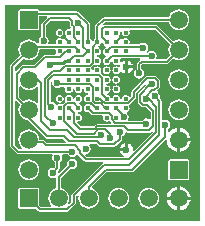
<source format=gtl>
%FSLAX25Y25*%
%MOIN*%
G70*
G01*
G75*
%ADD10C,0.01614*%
%ADD11C,0.00500*%
%ADD12C,0.01000*%
%ADD13R,0.05905X0.05905*%
%ADD14C,0.05905*%
%ADD15R,0.05905X0.05905*%
%ADD16C,0.02362*%
G36*
X660652Y162048D02*
X595548Y162048D01*
Y233852D01*
X660652Y233852D01*
Y162048D01*
D02*
G37*
%LPC*%
G36*
X603500Y182483D02*
X602599Y182364D01*
X601759Y182016D01*
X601038Y181463D01*
X600484Y180741D01*
X600136Y179901D01*
X600017Y179000D01*
X600136Y178099D01*
X600484Y177259D01*
X601038Y176538D01*
X601759Y175984D01*
X602599Y175636D01*
X603500Y175517D01*
X604401Y175636D01*
X605241Y175984D01*
X605963Y176538D01*
X606516Y177259D01*
X606864Y178099D01*
X606983Y179000D01*
X606864Y179901D01*
X606516Y180741D01*
X605963Y181463D01*
X605241Y182016D01*
X604401Y182364D01*
X603500Y182483D01*
D02*
G37*
G36*
X656453Y182494D02*
X650547D01*
X650165Y182335D01*
X650006Y181953D01*
Y176047D01*
X650165Y175665D01*
X650547Y175506D01*
X656453D01*
X656835Y175665D01*
X656994Y176047D01*
Y181953D01*
X656835Y182335D01*
X656453Y182494D01*
D02*
G37*
G36*
X657421Y188500D02*
X654000D01*
Y185079D01*
X654532Y185149D01*
X655493Y185547D01*
X656319Y186181D01*
X656953Y187007D01*
X657351Y187968D01*
X657421Y188500D01*
D02*
G37*
G36*
X653500Y202483D02*
X652599Y202364D01*
X651759Y202016D01*
X651038Y201463D01*
X650484Y200741D01*
X650136Y199901D01*
X650017Y199000D01*
X650136Y198099D01*
X650484Y197259D01*
X651038Y196537D01*
X651759Y195984D01*
X652599Y195636D01*
X653500Y195518D01*
X654401Y195636D01*
X655241Y195984D01*
X655963Y196537D01*
X656516Y197259D01*
X656864Y198099D01*
X656983Y199000D01*
X656864Y199901D01*
X656516Y200741D01*
X655963Y201463D01*
X655241Y202016D01*
X654401Y202364D01*
X653500Y202483D01*
D02*
G37*
G36*
X654000Y192921D02*
Y189500D01*
X657421D01*
X657351Y190032D01*
X656953Y190993D01*
X656319Y191819D01*
X655493Y192453D01*
X654532Y192851D01*
X654000Y192921D01*
D02*
G37*
G36*
Y173421D02*
Y170000D01*
X657421D01*
X657351Y170532D01*
X656953Y171493D01*
X656319Y172319D01*
X655493Y172953D01*
X654532Y173351D01*
X654000Y173421D01*
D02*
G37*
G36*
X657421Y169000D02*
X654000D01*
Y165579D01*
X654532Y165649D01*
X655493Y166047D01*
X656319Y166681D01*
X656953Y167507D01*
X657351Y168468D01*
X657421Y169000D01*
D02*
G37*
G36*
X653000D02*
X649579D01*
X649649Y168468D01*
X650047Y167507D01*
X650681Y166681D01*
X651507Y166047D01*
X652468Y165649D01*
X653000Y165579D01*
Y169000D01*
D02*
G37*
G36*
X633500Y172983D02*
X632599Y172864D01*
X631759Y172516D01*
X631038Y171962D01*
X630484Y171241D01*
X630136Y170401D01*
X630018Y169500D01*
X630136Y168599D01*
X630484Y167759D01*
X631038Y167037D01*
X631759Y166484D01*
X632599Y166136D01*
X633500Y166017D01*
X634401Y166136D01*
X635241Y166484D01*
X635962Y167037D01*
X636516Y167759D01*
X636864Y168599D01*
X636982Y169500D01*
X636864Y170401D01*
X636516Y171241D01*
X635962Y171962D01*
X635241Y172516D01*
X634401Y172864D01*
X633500Y172983D01*
D02*
G37*
G36*
X653000Y173421D02*
X652468Y173351D01*
X651507Y172953D01*
X650681Y172319D01*
X650047Y171493D01*
X649649Y170532D01*
X649579Y170000D01*
X653000D01*
Y173421D01*
D02*
G37*
G36*
X643500Y172983D02*
X642599Y172864D01*
X641759Y172516D01*
X641038Y171962D01*
X640484Y171241D01*
X640136Y170401D01*
X640018Y169500D01*
X640136Y168599D01*
X640484Y167759D01*
X641038Y167037D01*
X641759Y166484D01*
X642599Y166136D01*
X643500Y166017D01*
X644401Y166136D01*
X645241Y166484D01*
X645962Y167037D01*
X646516Y167759D01*
X646864Y168599D01*
X646982Y169500D01*
X646864Y170401D01*
X646516Y171241D01*
X645962Y171962D01*
X645241Y172516D01*
X644401Y172864D01*
X643500Y172983D01*
D02*
G37*
G36*
X629500Y213482D02*
X628990Y213381D01*
X628558Y213092D01*
X628269Y212660D01*
X628167Y212150D01*
X628269Y211640D01*
X628558Y211207D01*
X628990Y210918D01*
X629500Y210817D01*
X630010Y210918D01*
X630442Y211207D01*
X630731Y211640D01*
X630833Y212150D01*
X630731Y212660D01*
X630442Y213092D01*
X630010Y213381D01*
X629500Y213482D01*
D02*
G37*
G36*
X636547Y215440D02*
Y213795D01*
X638192D01*
X638160Y213955D01*
X638121Y214048D01*
X638102Y214146D01*
X638046Y214230D01*
X638008Y214323D01*
X637746Y214713D01*
X637676Y214784D01*
X637620Y214868D01*
X637536Y214924D01*
X637465Y214995D01*
X637075Y215256D01*
X636982Y215294D01*
X636898Y215350D01*
X636800Y215369D01*
X636707Y215408D01*
X636547Y215440D01*
D02*
G37*
G36*
X638192Y212795D02*
X636547D01*
Y211151D01*
X636707Y211183D01*
X636800Y211221D01*
X636898Y211241D01*
X636982Y211297D01*
X637075Y211335D01*
X637465Y211596D01*
X637536Y211667D01*
X637620Y211723D01*
X637676Y211806D01*
X637746Y211877D01*
X638008Y212268D01*
X638046Y212361D01*
X638102Y212444D01*
X638121Y212543D01*
X638160Y212635D01*
X638192Y212795D01*
D02*
G37*
G36*
X632650Y207183D02*
X632140Y207082D01*
X631707Y206793D01*
X631418Y206360D01*
X631317Y205850D01*
X631418Y205340D01*
X631707Y204908D01*
X632140Y204619D01*
X632650Y204518D01*
X633160Y204619D01*
X633592Y204908D01*
X633881Y205340D01*
X633982Y205850D01*
X633881Y206360D01*
X633592Y206793D01*
X633160Y207082D01*
X632650Y207183D01*
D02*
G37*
G36*
Y210333D02*
X632140Y210231D01*
X631707Y209942D01*
X631418Y209510D01*
X631317Y209000D01*
X631418Y208490D01*
X631707Y208058D01*
X632140Y207769D01*
X632650Y207667D01*
X633160Y207769D01*
X633592Y208058D01*
X633881Y208490D01*
X633982Y209000D01*
X633881Y209510D01*
X633592Y209942D01*
X633160Y210231D01*
X632650Y210333D01*
D02*
G37*
G36*
X606453Y232494D02*
X600547D01*
X600165Y232335D01*
X600006Y231953D01*
Y226047D01*
X600165Y225665D01*
X600547Y225506D01*
X606453D01*
X606835Y225665D01*
X606994Y226047D01*
Y230235D01*
X609447D01*
X609654Y229735D01*
X607959Y228041D01*
X607794Y227793D01*
X607735Y227500D01*
Y223511D01*
X607288Y223212D01*
X606916Y222656D01*
X606786Y222000D01*
X606869Y221584D01*
X606571Y221114D01*
X606501Y221067D01*
X606280Y221049D01*
X605963Y221462D01*
X605241Y222016D01*
X604401Y222364D01*
X603500Y222482D01*
X602599Y222364D01*
X601759Y222016D01*
X601038Y221462D01*
X600484Y220741D01*
X600136Y219901D01*
X600017Y219000D01*
X600136Y218099D01*
X600484Y217259D01*
X600568Y217149D01*
X597459Y214041D01*
X597294Y213793D01*
X597235Y213500D01*
Y187000D01*
X597294Y186707D01*
X597459Y186459D01*
X599459Y184459D01*
X599707Y184293D01*
X600000Y184235D01*
X600000Y184235D01*
X611202D01*
X611470Y183735D01*
X611416Y183656D01*
X611286Y183000D01*
X611416Y182344D01*
X611788Y181788D01*
X612235Y181489D01*
Y180026D01*
X611803Y179654D01*
X611500Y179714D01*
X610844Y179584D01*
X610288Y179212D01*
X609916Y178656D01*
X609786Y178000D01*
X609916Y177344D01*
X610288Y176788D01*
X610844Y176416D01*
X611500Y176286D01*
X612156Y176416D01*
X612235Y176470D01*
X612735Y176202D01*
Y172882D01*
X612599Y172864D01*
X611759Y172516D01*
X611037Y171962D01*
X610484Y171241D01*
X610136Y170401D01*
X610017Y169500D01*
X610136Y168599D01*
X610484Y167759D01*
X611019Y167062D01*
X610991Y166889D01*
X610879Y166562D01*
X607519D01*
X606994Y167087D01*
Y172453D01*
X606835Y172835D01*
X606453Y172994D01*
X600547D01*
X600165Y172835D01*
X600006Y172453D01*
Y166547D01*
X600165Y166165D01*
X600547Y166006D01*
X605912D01*
X606662Y165257D01*
X606910Y165091D01*
X607203Y165032D01*
X616297D01*
X616590Y165091D01*
X616838Y165257D01*
X619041Y167459D01*
X619206Y167707D01*
X619265Y168000D01*
Y170183D01*
X619674Y170593D01*
X620008Y170455D01*
X620128Y170339D01*
X620017Y169500D01*
X620136Y168599D01*
X620484Y167759D01*
X621037Y167037D01*
X621759Y166484D01*
X622599Y166136D01*
X623500Y166017D01*
X624401Y166136D01*
X625241Y166484D01*
X625962Y167037D01*
X626516Y167759D01*
X626864Y168599D01*
X626982Y169500D01*
X626864Y170401D01*
X626516Y171241D01*
X625962Y171962D01*
X625241Y172516D01*
X624650Y172761D01*
X624510Y173316D01*
X624514Y173332D01*
X629417Y178235D01*
X638000D01*
X638293Y178294D01*
X638541Y178459D01*
X649018Y188936D01*
X649545Y188757D01*
X649649Y187968D01*
X650047Y187007D01*
X650681Y186181D01*
X651507Y185547D01*
X652468Y185149D01*
X653000Y185079D01*
Y189000D01*
Y192921D01*
X652468Y192851D01*
X651507Y192453D01*
X650681Y191819D01*
X650265Y191277D01*
X649765Y191446D01*
Y192489D01*
X650212Y192788D01*
X650584Y193344D01*
X650714Y194000D01*
X650584Y194656D01*
X650212Y195212D01*
X649656Y195584D01*
X649000Y195714D01*
X648344Y195584D01*
X648265Y195530D01*
X647765Y195798D01*
Y202000D01*
X647707Y202293D01*
X647541Y202541D01*
X647109Y202972D01*
X647214Y203500D01*
X647084Y204156D01*
X646712Y204712D01*
X646424Y204904D01*
X646332Y205520D01*
X646972Y206159D01*
X646972Y206159D01*
X647138Y206407D01*
X647196Y206700D01*
X647196Y206700D01*
Y208569D01*
X647138Y208861D01*
X646972Y209110D01*
X646972Y209110D01*
X646041Y210041D01*
X645793Y210207D01*
X645500Y210265D01*
X643000D01*
X642707Y210207D01*
X642459Y210041D01*
X637959Y205541D01*
X637793Y205293D01*
X637735Y205000D01*
Y203662D01*
X637385Y203361D01*
X636874Y203444D01*
X636742Y203643D01*
X636309Y203932D01*
X635799Y204033D01*
X635289Y203932D01*
X634857Y203643D01*
X634568Y203211D01*
X634467Y202701D01*
X634224Y202495D01*
X633982Y202701D01*
X633881Y203211D01*
X633592Y203643D01*
X633160Y203932D01*
X632650Y204033D01*
X632140Y203932D01*
X631707Y203643D01*
X631418Y203211D01*
X631317Y202701D01*
X631075Y202495D01*
X630833Y202701D01*
X630731Y203211D01*
X630442Y203643D01*
X630010Y203932D01*
X629743Y203985D01*
X629706Y204049D01*
X629959Y204609D01*
X630010Y204619D01*
X630442Y204908D01*
X630731Y205340D01*
X630833Y205850D01*
X630731Y206360D01*
X630442Y206793D01*
X630010Y207082D01*
X629500Y207183D01*
X629295Y207425D01*
X629500Y207667D01*
X630010Y207769D01*
X630442Y208058D01*
X630731Y208490D01*
X630833Y209000D01*
X630731Y209510D01*
X630442Y209942D01*
X630010Y210231D01*
X629500Y210333D01*
X628990Y210231D01*
X628780Y210091D01*
X628484Y210150D01*
X627536Y211098D01*
X627463Y211463D01*
X627582Y211640D01*
X627683Y212150D01*
X627582Y212660D01*
X627293Y213092D01*
X626860Y213381D01*
X626350Y213482D01*
X625840Y213381D01*
X625408Y213092D01*
X625119Y212660D01*
X625018Y212150D01*
X624776Y211957D01*
X624534Y212150D01*
X624432Y212660D01*
X624314Y212836D01*
X624387Y213201D01*
X625299Y214113D01*
X625664Y214186D01*
X625840Y214068D01*
X626350Y213966D01*
X626860Y214068D01*
X627293Y214357D01*
X627582Y214789D01*
X627683Y215299D01*
X627582Y215809D01*
X627293Y216242D01*
X626860Y216530D01*
X626350Y216632D01*
X626158Y216874D01*
X626350Y217116D01*
X626860Y217218D01*
X627293Y217507D01*
X627582Y217939D01*
X627683Y218449D01*
X627582Y218959D01*
X627293Y219391D01*
X626860Y219680D01*
X626810Y219690D01*
X626557Y220250D01*
X626593Y220314D01*
X626860Y220367D01*
X627293Y220656D01*
X627582Y221088D01*
X627592Y221139D01*
X628152Y221392D01*
X628216Y221355D01*
X628269Y221088D01*
X628558Y220656D01*
X628990Y220367D01*
X629040Y220357D01*
X629294Y219797D01*
X629257Y219733D01*
X628990Y219680D01*
X628558Y219391D01*
X628269Y218959D01*
X628167Y218449D01*
X628269Y217939D01*
X628558Y217507D01*
X628990Y217218D01*
X629040Y217208D01*
X629294Y216647D01*
X629257Y216584D01*
X628990Y216530D01*
X628558Y216242D01*
X628269Y215809D01*
X628167Y215299D01*
X628269Y214789D01*
X628558Y214357D01*
X628990Y214068D01*
X629500Y213966D01*
X630010Y214068D01*
X630442Y214357D01*
X630731Y214789D01*
X630784Y215056D01*
X630848Y215093D01*
X631408Y214840D01*
X631418Y214789D01*
X631707Y214357D01*
X632140Y214068D01*
X632650Y213966D01*
X633160Y214068D01*
X633559Y214335D01*
X633648Y214296D01*
X633714Y214261D01*
X633975Y214057D01*
X633973Y214048D01*
X633935Y213955D01*
X633843Y213494D01*
X633843Y213494D01*
X633573Y213311D01*
X633420Y213263D01*
X633345Y213257D01*
X633160Y213381D01*
X632650Y213482D01*
X632140Y213381D01*
X631707Y213092D01*
X631418Y212660D01*
X631317Y212150D01*
X631418Y211640D01*
X631707Y211207D01*
X632140Y210918D01*
X632650Y210817D01*
X633160Y210918D01*
X633592Y211207D01*
X633881Y211640D01*
X633886Y211668D01*
X634114Y211771D01*
X634403Y211804D01*
X634423Y211801D01*
X634475Y211723D01*
X634558Y211667D01*
X634629Y211596D01*
X635020Y211335D01*
X635113Y211297D01*
X635196Y211241D01*
X635295Y211221D01*
X635388Y211183D01*
X635547Y211151D01*
Y213295D01*
Y215440D01*
X635388Y215408D01*
X635295Y215369D01*
X635196Y215350D01*
X635113Y215294D01*
X635020Y215256D01*
X634629Y214995D01*
X634187Y214997D01*
X634013Y215076D01*
X633951Y215140D01*
X633982Y215299D01*
X633917Y215627D01*
X634224Y216127D01*
X640554D01*
X640689Y215627D01*
X640559Y215541D01*
X639759Y214741D01*
X639594Y214493D01*
X639535Y214200D01*
Y212611D01*
X639088Y212312D01*
X638716Y211756D01*
X638586Y211100D01*
X638716Y210444D01*
X639088Y209888D01*
X639644Y209516D01*
X640300Y209386D01*
X640956Y209516D01*
X641512Y209888D01*
X641884Y210444D01*
X642014Y211100D01*
X641884Y211756D01*
X641512Y212312D01*
X641065Y212611D01*
Y213883D01*
X641417Y214235D01*
X649500D01*
X649793Y214294D01*
X650041Y214459D01*
X651649Y216068D01*
X651759Y215984D01*
X652599Y215636D01*
X653500Y215517D01*
X654401Y215636D01*
X655241Y215984D01*
X655963Y216537D01*
X656516Y217259D01*
X656864Y218099D01*
X656983Y219000D01*
X656864Y219901D01*
X656516Y220741D01*
X655963Y221462D01*
X655241Y222016D01*
X654401Y222364D01*
X653500Y222482D01*
X652599Y222364D01*
X651759Y222016D01*
X651649Y221932D01*
X646541Y227041D01*
X646293Y227206D01*
X646000Y227265D01*
X628553D01*
X628453Y227389D01*
X628320Y227739D01*
X628817Y228235D01*
X650118D01*
X650136Y228099D01*
X650484Y227259D01*
X651038Y226537D01*
X651759Y225984D01*
X652599Y225636D01*
X653500Y225518D01*
X654401Y225636D01*
X655241Y225984D01*
X655963Y226537D01*
X656516Y227259D01*
X656864Y228099D01*
X656983Y229000D01*
X656864Y229901D01*
X656516Y230741D01*
X655963Y231463D01*
X655241Y232016D01*
X654401Y232364D01*
X653500Y232483D01*
X652599Y232364D01*
X651759Y232016D01*
X651038Y231463D01*
X650484Y230741D01*
X650136Y229901D01*
X650118Y229765D01*
X628500D01*
X628207Y229707D01*
X627959Y229541D01*
X625810Y227391D01*
X625644Y227143D01*
X625586Y226850D01*
Y222659D01*
X625408Y222541D01*
X625119Y222108D01*
X625066Y221842D01*
X625002Y221805D01*
X624442Y222058D01*
X624432Y222108D01*
X624143Y222541D01*
X623966Y222659D01*
Y227530D01*
X623907Y227823D01*
X623741Y228071D01*
X620272Y231541D01*
X620024Y231707D01*
X619731Y231765D01*
X606994D01*
Y231953D01*
X606835Y232335D01*
X606453Y232494D01*
D02*
G37*
G36*
X653500Y212483D02*
X652599Y212364D01*
X651759Y212016D01*
X651038Y211462D01*
X650484Y210741D01*
X650136Y209901D01*
X650017Y209000D01*
X650136Y208099D01*
X650484Y207259D01*
X651038Y206538D01*
X651759Y205984D01*
X652599Y205636D01*
X653500Y205518D01*
X654401Y205636D01*
X655241Y205984D01*
X655963Y206538D01*
X656516Y207259D01*
X656864Y208099D01*
X656983Y209000D01*
X656864Y209901D01*
X656516Y210741D01*
X655963Y211462D01*
X655241Y212016D01*
X654401Y212364D01*
X653500Y212483D01*
D02*
G37*
%LPD*%
G36*
X617304Y228114D02*
Y227200D01*
X617362Y226907D01*
X617469Y226749D01*
X617484Y226498D01*
X617375Y226105D01*
X617229Y226015D01*
X616902Y226081D01*
X616392Y225979D01*
X615959Y225690D01*
X615670Y225258D01*
X615569Y224748D01*
X615670Y224238D01*
X615959Y223806D01*
X616040Y223752D01*
X616051Y223720D01*
X616006Y223173D01*
X615599Y222901D01*
X615327Y222494D01*
X614780Y222449D01*
X614748Y222460D01*
X614694Y222541D01*
X614262Y222830D01*
X613752Y222931D01*
X613242Y222830D01*
X612810Y222541D01*
X612521Y222108D01*
X612419Y221598D01*
X612485Y221271D01*
X612178Y220771D01*
X610302D01*
X610035Y221271D01*
X610084Y221344D01*
X610214Y222000D01*
X610084Y222656D01*
X609712Y223212D01*
X609265Y223511D01*
Y227183D01*
X610748Y228666D01*
X616752D01*
X617304Y228114D01*
D02*
G37*
G36*
X650568Y220851D02*
X650484Y220741D01*
X650136Y219901D01*
X650017Y219000D01*
X650136Y218099D01*
X650484Y217259D01*
X650568Y217149D01*
X649183Y215765D01*
X646298D01*
X646031Y216265D01*
X646084Y216344D01*
X646214Y217000D01*
X646084Y217656D01*
X645712Y218212D01*
X645156Y218584D01*
X644500Y218714D01*
X643844Y218584D01*
X643288Y218212D01*
X643081Y217902D01*
X643014Y217912D01*
X642918Y218095D01*
X642838Y218443D01*
X643153Y218913D01*
X643283Y219569D01*
X643153Y220225D01*
X642781Y220781D01*
X642225Y221152D01*
X641569Y221283D01*
X640913Y221152D01*
X640357Y220781D01*
X640350Y220771D01*
X637374D01*
X637067Y221271D01*
X637132Y221598D01*
X637031Y222108D01*
X636742Y222541D01*
X636309Y222830D01*
X635799Y222931D01*
X635289Y222830D01*
X634857Y222541D01*
X634803Y222460D01*
X634771Y222449D01*
X634224Y222494D01*
X633952Y222901D01*
X633545Y223173D01*
X633500Y223720D01*
X633511Y223752D01*
X633592Y223806D01*
X633881Y224238D01*
X633982Y224748D01*
X633962Y224848D01*
X634224Y225172D01*
X634486Y224848D01*
X634467Y224748D01*
X634568Y224238D01*
X634857Y223806D01*
X635289Y223517D01*
X635799Y223415D01*
X636309Y223517D01*
X636742Y223806D01*
X637031Y224238D01*
X637132Y224748D01*
X637035Y225235D01*
X637033Y225262D01*
X637313Y225735D01*
X645683D01*
X650568Y220851D01*
D02*
G37*
G36*
X612477Y218741D02*
X612419Y218449D01*
X612521Y217939D01*
X612637Y217765D01*
X612370Y217265D01*
X609000D01*
X608707Y217207D01*
X608459Y217041D01*
X608459Y217041D01*
X605383Y213965D01*
X601700D01*
X601407Y213907D01*
X601159Y213741D01*
X599265Y211846D01*
X598765Y212053D01*
Y213183D01*
X601649Y216068D01*
X601759Y215984D01*
X602599Y215636D01*
X603500Y215517D01*
X604401Y215636D01*
X605241Y215984D01*
X605963Y216537D01*
X606516Y217259D01*
X606864Y218099D01*
X606983Y219000D01*
X607194Y219241D01*
X612154D01*
X612477Y218741D01*
D02*
G37*
G36*
X644961Y191673D02*
X644983Y191564D01*
X638713Y185294D01*
X638257Y185534D01*
X638251Y185540D01*
Y185638D01*
X638271Y185736D01*
X638251Y185835D01*
Y185935D01*
X638160Y186396D01*
X638121Y186489D01*
X638102Y186587D01*
X638046Y186671D01*
X638008Y186764D01*
X637746Y187154D01*
X637676Y187225D01*
X637620Y187309D01*
X637536Y187364D01*
X637465Y187435D01*
X637075Y187697D01*
X636982Y187735D01*
X636898Y187791D01*
X636800Y187810D01*
X636707Y187849D01*
X636547Y187881D01*
Y185736D01*
X636047D01*
Y185236D01*
X633903D01*
X633935Y185076D01*
X633973Y184984D01*
X633993Y184885D01*
X634049Y184802D01*
X634087Y184709D01*
X634348Y184318D01*
X634419Y184247D01*
X634475Y184164D01*
X634558Y184108D01*
X634629Y184037D01*
X635020Y183776D01*
X635113Y183738D01*
X634925Y183265D01*
X622817D01*
X622257Y183825D01*
X622500Y184286D01*
X623156Y184416D01*
X623712Y184788D01*
X624084Y185344D01*
X624214Y186000D01*
X624084Y186656D01*
X623712Y187212D01*
X623677Y187235D01*
X623829Y187735D01*
X625983D01*
X626759Y186959D01*
X626759Y186959D01*
X627007Y186793D01*
X627300Y186735D01*
X632000D01*
X632293Y186793D01*
X632541Y186959D01*
X634441Y188859D01*
X634441Y188859D01*
X634607Y189107D01*
X634665Y189400D01*
X634665Y189400D01*
Y190089D01*
X635112Y190388D01*
X635484Y190944D01*
X635569Y191374D01*
X636090Y191559D01*
X636338Y191393D01*
X636631Y191335D01*
X643600D01*
X643893Y191393D01*
X644141Y191559D01*
X644418Y191837D01*
X644961Y191673D01*
D02*
G37*
G36*
X642486Y207197D02*
X642503Y207084D01*
X640028Y204610D01*
X639862Y204362D01*
X639804Y204069D01*
Y201700D01*
X639862Y201408D01*
X640028Y201159D01*
X641159Y200028D01*
X641407Y199862D01*
X641700Y199804D01*
X641700Y199804D01*
X642614D01*
X644166Y198252D01*
Y196043D01*
X643666Y195776D01*
X643356Y195984D01*
X642700Y196114D01*
X642044Y195984D01*
X641488Y195612D01*
X641277Y195296D01*
X636885D01*
X636650Y195737D01*
X636721Y195844D01*
X636852Y196500D01*
X636721Y197156D01*
X636350Y197712D01*
X636227Y197794D01*
X636309Y198320D01*
X636742Y198609D01*
X637031Y199041D01*
X637132Y199551D01*
X637031Y200061D01*
X636912Y200238D01*
X636985Y200603D01*
X639041Y202659D01*
X639207Y202907D01*
X639265Y203200D01*
Y204683D01*
X641953Y207372D01*
X642486Y207197D01*
D02*
G37*
G36*
X611335Y208246D02*
X611286Y208000D01*
X611416Y207344D01*
X611788Y206788D01*
X612344Y206416D01*
X613000Y206286D01*
X613656Y206416D01*
X614048Y206678D01*
X615327D01*
X615634Y206178D01*
X615569Y205850D01*
X615670Y205340D01*
X615959Y204908D01*
X616392Y204619D01*
X616902Y204518D01*
X617412Y204619D01*
X617844Y204908D01*
X618133Y205340D01*
X618234Y205850D01*
X618476Y206043D01*
X618718Y205850D01*
X618820Y205340D01*
X619109Y204908D01*
X619541Y204619D01*
X620051Y204518D01*
X620561Y204619D01*
X620994Y204908D01*
X621282Y205340D01*
X621384Y205850D01*
X621626Y206043D01*
X621868Y205850D01*
X621970Y205340D01*
X622258Y204908D01*
X622691Y204619D01*
X623201Y204518D01*
X623394Y204276D01*
X623201Y204033D01*
X622691Y203932D01*
X622258Y203643D01*
X621970Y203211D01*
X621868Y202701D01*
X621970Y202191D01*
X622258Y201758D01*
X622691Y201469D01*
X623201Y201368D01*
X623711Y201469D01*
X623888Y201588D01*
X624253Y201515D01*
X624864Y200904D01*
X624653Y200488D01*
X624165Y200461D01*
X624143Y200494D01*
X623711Y200782D01*
X623201Y200884D01*
X622691Y200782D01*
X622258Y200494D01*
X621970Y200061D01*
X621868Y199551D01*
X621970Y199041D01*
X622258Y198609D01*
X622691Y198320D01*
X623201Y198219D01*
X623410Y198260D01*
X624217Y197453D01*
X624465Y197288D01*
X624758Y197229D01*
X624758Y197229D01*
X627925D01*
X628232Y196729D01*
X628167Y196402D01*
X628269Y195892D01*
X628558Y195459D01*
X628990Y195170D01*
X629500Y195069D01*
X630010Y195170D01*
X630187Y195289D01*
X630552Y195216D01*
X631010Y194758D01*
X630819Y194296D01*
X626386D01*
X626093Y194238D01*
X625845Y194072D01*
X625238Y193465D01*
X620817D01*
X619641Y194641D01*
X619887Y195101D01*
X620051Y195069D01*
X620561Y195170D01*
X620994Y195459D01*
X621282Y195892D01*
X621384Y196402D01*
X621282Y196912D01*
X620994Y197344D01*
X620561Y197633D01*
X620051Y197734D01*
X619841Y197974D01*
X620051Y198219D01*
X620561Y198320D01*
X620994Y198609D01*
X621282Y199041D01*
X621384Y199551D01*
X621282Y200061D01*
X620994Y200494D01*
X620561Y200782D01*
X620294Y200835D01*
X620257Y200899D01*
X620511Y201460D01*
X620561Y201469D01*
X620994Y201758D01*
X621282Y202191D01*
X621384Y202701D01*
X621282Y203211D01*
X620994Y203643D01*
X620561Y203932D01*
X620051Y204033D01*
X619541Y203932D01*
X619109Y203643D01*
X618820Y203211D01*
X618718Y202701D01*
X618474Y202490D01*
X618234Y202701D01*
X618133Y203211D01*
X617844Y203643D01*
X617412Y203932D01*
X616902Y204033D01*
X616392Y203932D01*
X615959Y203643D01*
X615670Y203211D01*
X615569Y202701D01*
X615670Y202191D01*
X615567Y201649D01*
X615567Y201649D01*
X614768Y200850D01*
X614262Y200782D01*
X613752Y200884D01*
X613242Y200782D01*
X613089Y200680D01*
X612990Y200675D01*
X612474Y200821D01*
X612472Y200823D01*
X612212Y201212D01*
X611656Y201584D01*
X611000Y201714D01*
X610765Y201907D01*
Y208436D01*
X610907Y208536D01*
X611335Y208246D01*
D02*
G37*
G36*
X606735Y206723D02*
Y201277D01*
X606235Y201107D01*
X605963Y201463D01*
X605241Y202016D01*
X604401Y202364D01*
X603500Y202483D01*
X602599Y202364D01*
X601759Y202016D01*
X601649Y201932D01*
X600265Y203317D01*
Y206723D01*
X600765Y206893D01*
X601038Y206538D01*
X601759Y205984D01*
X602599Y205636D01*
X603500Y205518D01*
X604401Y205636D01*
X605241Y205984D01*
X605963Y206538D01*
X606235Y206893D01*
X606735Y206723D01*
D02*
G37*
G36*
X616788Y183788D02*
X617344Y183416D01*
X618000Y183286D01*
X618656Y183416D01*
X619212Y183788D01*
X619377Y184034D01*
X619504Y184062D01*
X619955Y184000D01*
X620028Y183890D01*
X621959Y181959D01*
X622207Y181793D01*
X622500Y181735D01*
X622500Y181735D01*
X628303D01*
X628352Y181235D01*
X628207Y181207D01*
X627959Y181041D01*
X627959Y181041D01*
X617959Y171041D01*
X617794Y170793D01*
X617735Y170500D01*
Y168317D01*
X616927Y167509D01*
X616516Y167759D01*
X616864Y168599D01*
X616983Y169500D01*
X616864Y170401D01*
X616516Y171241D01*
X615963Y171962D01*
X615241Y172516D01*
X614401Y172864D01*
X614265Y172882D01*
Y176183D01*
X617472Y179391D01*
X618000Y179286D01*
X618656Y179416D01*
X619212Y179788D01*
X619584Y180344D01*
X619714Y181000D01*
X619584Y181656D01*
X619212Y182212D01*
X618656Y182584D01*
X618000Y182714D01*
X617344Y182584D01*
X616788Y182212D01*
X616416Y181656D01*
X616286Y181000D01*
X616391Y180472D01*
X613675Y177757D01*
X613214Y178000D01*
X613109Y178528D01*
X613541Y178959D01*
X613706Y179207D01*
X613765Y179500D01*
Y181489D01*
X614212Y181788D01*
X614584Y182344D01*
X614714Y183000D01*
X614584Y183656D01*
X614531Y183735D01*
X614798Y184235D01*
X616489D01*
X616788Y183788D01*
D02*
G37*
G36*
X600568Y200851D02*
X600484Y200741D01*
X600136Y199901D01*
X600017Y199000D01*
X600136Y198099D01*
X600484Y197259D01*
X601038Y196537D01*
X601759Y195984D01*
X602599Y195636D01*
X603156Y195563D01*
X609159Y189559D01*
X609159Y189559D01*
X609407Y189393D01*
X609700Y189335D01*
X615083D01*
X616054Y188365D01*
X615847Y187865D01*
X609617D01*
X608641Y188841D01*
X608393Y189006D01*
X608100Y189065D01*
X606974D01*
X606864Y189901D01*
X606516Y190741D01*
X605963Y191463D01*
X605241Y192016D01*
X604401Y192364D01*
X603500Y192482D01*
X602599Y192364D01*
X601759Y192016D01*
X601038Y191463D01*
X600484Y190741D01*
X600136Y189901D01*
X600017Y189000D01*
X600136Y188099D01*
X600484Y187259D01*
X601038Y186538D01*
X601393Y186265D01*
X601223Y185765D01*
X600317D01*
X598765Y187317D01*
Y201947D01*
X599265Y202154D01*
X600568Y200851D01*
D02*
G37*
%LPC*%
G36*
X613752Y226081D02*
X613242Y225979D01*
X612810Y225690D01*
X612521Y225258D01*
X612419Y224748D01*
X612521Y224238D01*
X612810Y223806D01*
X613242Y223517D01*
X613752Y223415D01*
X614262Y223517D01*
X614694Y223806D01*
X614983Y224238D01*
X615085Y224748D01*
X614983Y225258D01*
X614694Y225690D01*
X614262Y225979D01*
X613752Y226081D01*
D02*
G37*
G36*
X635547Y187881D02*
X635388Y187849D01*
X635295Y187810D01*
X635196Y187791D01*
X635113Y187735D01*
X635020Y187697D01*
X634629Y187435D01*
X634558Y187364D01*
X634475Y187309D01*
X634419Y187225D01*
X634348Y187154D01*
X634087Y186764D01*
X634049Y186671D01*
X633993Y186587D01*
X633973Y186489D01*
X633935Y186396D01*
X633903Y186236D01*
X635547D01*
Y187881D01*
D02*
G37*
G36*
X613752Y204033D02*
X613242Y203932D01*
X612810Y203643D01*
X612521Y203211D01*
X612419Y202701D01*
X612521Y202191D01*
X612810Y201758D01*
X613242Y201469D01*
X613752Y201368D01*
X614262Y201469D01*
X614694Y201758D01*
X614983Y202191D01*
X615085Y202701D01*
X614983Y203211D01*
X614694Y203643D01*
X614262Y203932D01*
X613752Y204033D01*
D02*
G37*
%LPD*%
D10*
Y224748D02*
D03*
Y221598D02*
D03*
Y218449D02*
D03*
Y202701D02*
D03*
Y199551D02*
D03*
Y196402D02*
D03*
X616902Y224748D02*
D03*
Y221598D02*
D03*
Y218449D02*
D03*
Y215299D02*
D03*
Y212150D02*
D03*
Y209000D02*
D03*
Y205850D02*
D03*
Y202701D02*
D03*
Y199551D02*
D03*
Y196402D02*
D03*
X620051Y224748D02*
D03*
Y221598D02*
D03*
Y218449D02*
D03*
Y215299D02*
D03*
Y212150D02*
D03*
Y209000D02*
D03*
Y205850D02*
D03*
Y202701D02*
D03*
Y199551D02*
D03*
Y196402D02*
D03*
X623201Y221598D02*
D03*
Y218449D02*
D03*
Y215299D02*
D03*
Y212150D02*
D03*
Y209000D02*
D03*
Y205850D02*
D03*
Y202701D02*
D03*
Y199551D02*
D03*
X626350Y221598D02*
D03*
Y218449D02*
D03*
Y215299D02*
D03*
Y212150D02*
D03*
Y209000D02*
D03*
Y205850D02*
D03*
Y202701D02*
D03*
Y199551D02*
D03*
X629500Y224748D02*
D03*
Y221598D02*
D03*
Y218449D02*
D03*
Y215299D02*
D03*
Y212150D02*
D03*
Y209000D02*
D03*
Y205850D02*
D03*
Y202701D02*
D03*
Y199551D02*
D03*
Y196402D02*
D03*
X632650Y224748D02*
D03*
Y221598D02*
D03*
Y218449D02*
D03*
Y215299D02*
D03*
Y212150D02*
D03*
Y209000D02*
D03*
Y205850D02*
D03*
Y202701D02*
D03*
Y199551D02*
D03*
Y196402D02*
D03*
X635799Y224748D02*
D03*
Y221598D02*
D03*
Y218449D02*
D03*
Y202701D02*
D03*
Y199551D02*
D03*
D11*
X631057Y220006D02*
X641994D01*
X631093Y195757D02*
X632318Y194531D01*
X629069Y192431D02*
X630485Y191015D01*
X625555Y192700D02*
X626386Y193531D01*
X631093Y195757D02*
Y197011D01*
X635200Y193531D02*
X636631Y192100D01*
X626386Y193531D02*
X635200D01*
X632318Y194531D02*
X642569D01*
X642700Y194400D01*
X633900Y189400D02*
Y191600D01*
X635000Y196638D02*
X635138Y196500D01*
X636631Y192100D02*
X643600D01*
X632000Y187500D02*
X633900Y189400D01*
X643600Y192100D02*
X644931Y193431D01*
X630485Y189553D02*
Y191015D01*
X626842Y191158D02*
X627500Y190500D01*
X626900Y189900D02*
X627500Y190500D01*
X626700Y192431D02*
X629069D01*
X625169Y190900D02*
X626700Y192431D01*
X620500Y192700D02*
X625555D01*
X627300Y187500D02*
X632000D01*
X618700Y189900D02*
X626900D01*
X626300Y188500D02*
X627300Y187500D01*
X617000Y188500D02*
X626300D01*
X603500Y209000D02*
X606500D01*
X620051Y218449D02*
Y218949D01*
X603500Y169500D02*
X607203Y165797D01*
X616297D01*
X618500Y168000D01*
X613000Y208000D02*
X613557Y207443D01*
X618494Y223155D02*
X620051Y221598D01*
X617547Y220006D02*
X617553Y220000D01*
X619000D01*
X620051Y218949D01*
X626350Y221598D02*
Y226850D01*
X628500Y229000D01*
X653500D01*
X629500Y218449D02*
X631057Y220006D01*
X603500Y219000D02*
X604506Y220006D01*
X598000Y187000D02*
X600000Y185000D01*
X598000Y187000D02*
Y213500D01*
X603500Y219000D01*
X599500Y203000D02*
X603500Y199000D01*
X599500Y203000D02*
Y211000D01*
X629500Y215299D02*
X631093Y216892D01*
X641569Y219581D02*
X641994Y220006D01*
X641569Y219569D02*
Y219581D01*
X606500Y209000D02*
X607500Y208000D01*
X616902Y215299D02*
X618494Y216892D01*
X621644D01*
X623201Y218449D01*
X624758Y214654D02*
Y220006D01*
X626350Y221598D01*
X615309Y200309D02*
X616108Y201108D01*
X627943Y223155D02*
X629500Y221598D01*
X627943Y223155D02*
Y225943D01*
X628500Y226500D01*
X646000D01*
X653500Y219000D01*
X618494Y201108D02*
X620051Y199551D01*
X616108Y201108D02*
X618494D01*
X618500Y168000D02*
Y170500D01*
X628500Y180500D01*
X637000D01*
X613500Y169500D02*
Y176500D01*
X624057Y207443D02*
X624793Y206707D01*
X613557Y207443D02*
X624057D01*
X626995Y210557D02*
X627943Y209610D01*
X609000Y197000D02*
X611500Y194500D01*
X624793Y202056D02*
Y206707D01*
X627943Y204258D02*
X629500Y202701D01*
X627943Y204258D02*
Y209610D01*
X624793Y202056D02*
X625705Y201144D01*
X624758Y197994D02*
X630145D01*
X623201Y199551D02*
X624758Y197994D01*
X644000Y207500D02*
X644500D01*
X631093Y216892D02*
X644392D01*
X610000Y201000D02*
X611000Y200000D01*
X610000Y201000D02*
Y209000D01*
X611557Y210557D01*
X626995D01*
X632650Y199551D02*
X635000Y197201D01*
Y196638D02*
Y197201D01*
X620569Y184431D02*
X622500Y182500D01*
X637000D01*
X600000Y185000D02*
X618000D01*
X613500Y176500D02*
X618000Y181000D01*
X613000Y179500D02*
Y183000D01*
X611500Y178000D02*
X613000Y179500D01*
X609000Y197000D02*
Y209414D01*
X611586Y212000D01*
X623846Y213742D02*
X624758Y214654D01*
X604506Y220006D02*
X617547D01*
X615730Y213742D02*
X623846D01*
X611586Y212000D02*
X613988D01*
X615730Y213742D01*
X615949Y218449D02*
X616902D01*
X615309Y217804D02*
Y217809D01*
X615949Y218449D01*
X609000Y216500D02*
X614005D01*
X615309Y217804D01*
X632650Y221598D02*
X634207Y223155D01*
X640844D01*
X641000Y223000D01*
X615344Y223155D02*
X616902Y221598D01*
X615344Y223155D02*
Y227344D01*
X615500Y227500D01*
X608500Y222000D02*
Y227500D01*
X610431Y229431D01*
X617069D01*
X603500Y229000D02*
X605500Y231000D01*
X636444Y201144D02*
X638500Y203200D01*
Y205000D01*
X643000Y209500D01*
X645500D01*
X645162Y205431D02*
X646431Y206700D01*
X644700Y205431D02*
X645162D01*
X642500Y203231D02*
X644700Y205431D01*
X642500Y202500D02*
Y203231D01*
X645500Y209500D02*
X646431Y208569D01*
Y206700D02*
Y208569D01*
X625705Y201144D02*
X627441D01*
X629033Y199551D01*
X626350Y202701D02*
X627299D01*
X627943Y202057D01*
Y202056D02*
Y202057D01*
Y202056D02*
X628855Y201144D01*
X629033Y199551D02*
X629500D01*
X630145Y197959D02*
Y197994D01*
X628855Y201144D02*
X636444D01*
X630145Y197959D02*
X631093Y197011D01*
X640569Y204069D02*
X644000Y207500D01*
X649000Y190000D02*
Y194000D01*
X638000Y179000D02*
X649000Y190000D01*
X621608Y220041D02*
X623201Y218449D01*
X621608Y220041D02*
Y226305D01*
X620000Y227913D02*
X621608Y226305D01*
X620000Y227913D02*
Y228000D01*
X618494Y223155D02*
Y226775D01*
X619731Y231000D02*
X623201Y227530D01*
X605500Y231000D02*
X619731D01*
X623201Y221598D02*
Y227530D01*
X640569Y201700D02*
X641700Y200569D01*
X642931D01*
X640569Y201700D02*
Y204069D01*
X642500Y202500D02*
X643500D01*
X625884Y199551D02*
X626350D01*
X624327Y201108D02*
X625884Y199551D01*
X622556Y201108D02*
X624327D01*
X621608Y200161D02*
X622556Y201108D01*
X616902Y199551D02*
X618459Y197994D01*
X621608Y197992D02*
Y200161D01*
Y197992D02*
X622600Y197000D01*
X618459Y194741D02*
Y197994D01*
X607500Y195300D02*
Y208000D01*
Y195300D02*
X610500Y192300D01*
X626842Y191158D02*
X626842D01*
X610500Y192300D02*
X616300D01*
X618700Y189900D01*
X615309Y195091D02*
Y200309D01*
Y195091D02*
X619500Y190900D01*
X625169D01*
X603500Y189000D02*
X604200Y188300D01*
X608100D01*
X620569Y184431D02*
Y185331D01*
X618459Y194741D02*
X620500Y192700D01*
X642931Y200569D02*
X644931Y198569D01*
X643500Y202500D02*
X646000Y200000D01*
X637000Y182500D02*
X646000Y191500D01*
X645500Y203500D02*
X647000Y202000D01*
X637000Y180500D02*
X647000Y190500D01*
Y202000D01*
X646000Y191500D02*
Y200000D01*
X644931Y193431D02*
Y198569D01*
X644392Y216892D02*
X644500Y217000D01*
X641100Y215000D02*
X649500D01*
X653500Y219000D01*
X640300Y214200D02*
X641100Y215000D01*
X640300Y211100D02*
Y214200D01*
X623500Y169500D02*
Y173400D01*
X629100Y179000D01*
X638000D01*
X608100Y188300D02*
X609300Y187100D01*
X618800D01*
X620569Y185331D01*
X615400Y190100D02*
X617000Y188500D01*
X609700Y190100D02*
X615400D01*
X603500Y196300D02*
Y199000D01*
Y196300D02*
X609700Y190100D01*
X599500Y211000D02*
X601700Y213200D01*
X605700D01*
X609000Y216500D01*
X618069Y227200D02*
X618494Y226775D01*
X618069Y227200D02*
Y228431D01*
X617069Y229431D02*
X618069Y228431D01*
D12*
X610500Y214000D02*
X611250Y214750D01*
X615520Y215299D02*
X616902D01*
X614970Y214750D02*
X615520Y215299D01*
X611250Y214750D02*
X614970D01*
D13*
X653500Y179000D02*
D03*
X603500Y229000D02*
D03*
D14*
X653500Y189000D02*
D03*
Y199000D02*
D03*
Y209000D02*
D03*
Y219000D02*
D03*
Y229000D02*
D03*
X603500Y219000D02*
D03*
Y209000D02*
D03*
Y199000D02*
D03*
Y189000D02*
D03*
Y179000D02*
D03*
X613500Y169500D02*
D03*
X623500D02*
D03*
X633500D02*
D03*
X643500D02*
D03*
X653500D02*
D03*
D15*
X603500D02*
D03*
D16*
X636047Y185736D02*
D03*
Y213295D02*
D03*
X633900Y191600D02*
D03*
X635138Y196500D02*
D03*
X630485Y189553D02*
D03*
X627500Y190500D02*
D03*
X642500Y202500D02*
D03*
X645500Y203500D02*
D03*
X618000Y185000D02*
D03*
X613000Y208000D02*
D03*
X608500Y222000D02*
D03*
X641569Y219569D02*
D03*
X611500Y194500D02*
D03*
X611000Y200000D02*
D03*
X644500Y207500D02*
D03*
X622500Y186000D02*
D03*
X611500Y178000D02*
D03*
X618000Y181000D02*
D03*
X613000Y183000D02*
D03*
X610500Y214000D02*
D03*
X641000Y223000D02*
D03*
X615500Y227500D02*
D03*
X649000Y194000D02*
D03*
X620000Y228000D02*
D03*
X641500Y198500D02*
D03*
X622600Y197000D02*
D03*
X642700Y194400D02*
D03*
X644500Y217000D02*
D03*
X640300Y211100D02*
D03*
X635200Y205600D02*
D03*
M02*

</source>
